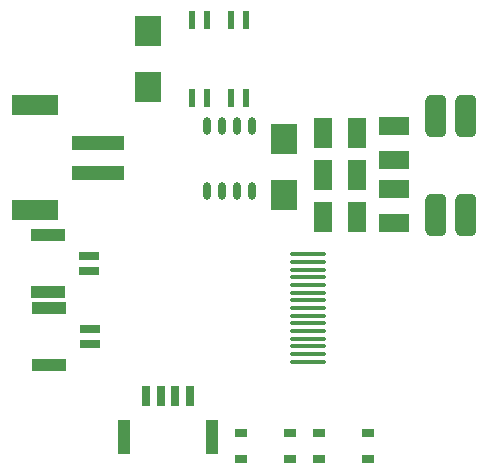
<source format=gtp>
G04*
G04 #@! TF.GenerationSoftware,Altium Limited,Altium Designer,20.0.2 (26)*
G04*
G04 Layer_Color=8421504*
%FSLAX25Y25*%
%MOIN*%
G70*
G01*
G75*
%ADD15O,0.02362X0.05976*%
%ADD16O,0.02362X0.05976*%
%ADD17R,0.15354X0.07087*%
%ADD18R,0.17717X0.05118*%
%ADD19R,0.11360X0.03920*%
%ADD20R,0.07150X0.03000*%
%ADD21R,0.03920X0.11360*%
%ADD22R,0.03000X0.07150*%
%ADD23O,0.11811X0.01575*%
%ADD24R,0.10000X0.06000*%
%ADD25R,0.06000X0.10000*%
G04:AMPARAMS|DCode=26|XSize=70mil|YSize=140mil|CornerRadius=17.5mil|HoleSize=0mil|Usage=FLASHONLY|Rotation=0.000|XOffset=0mil|YOffset=0mil|HoleType=Round|Shape=RoundedRectangle|*
%AMROUNDEDRECTD26*
21,1,0.07000,0.10500,0,0,0.0*
21,1,0.03500,0.14000,0,0,0.0*
1,1,0.03500,0.01750,-0.05250*
1,1,0.03500,-0.01750,-0.05250*
1,1,0.03500,-0.01750,0.05250*
1,1,0.03500,0.01750,0.05250*
%
%ADD26ROUNDEDRECTD26*%
%ADD27R,0.04134X0.02559*%
%ADD28R,0.08661X0.09843*%
%ADD29R,0.02362X0.05906*%
D15*
X48523Y75236D02*
D03*
X53523D02*
D03*
X58523D02*
D03*
X63523D02*
D03*
D16*
X48524Y96811D02*
D03*
X53524D02*
D03*
X58524D02*
D03*
X63524D02*
D03*
D17*
X-8675Y68606D02*
D03*
Y103802D02*
D03*
D18*
X12191Y81204D02*
D03*
Y91204D02*
D03*
D19*
X-4349Y60534D02*
D03*
X-4349Y41284D02*
D03*
X-3870Y16920D02*
D03*
X-3870Y36170D02*
D03*
D20*
X9291Y48404D02*
D03*
Y53324D02*
D03*
X9770Y28960D02*
D03*
Y24040D02*
D03*
D21*
X50284Y-6870D02*
D03*
X21114D02*
D03*
D22*
X38164Y6770D02*
D03*
X43084D02*
D03*
X33244D02*
D03*
X28324D02*
D03*
D23*
X82224Y54024D02*
D03*
Y51465D02*
D03*
Y48906D02*
D03*
Y46346D02*
D03*
Y43787D02*
D03*
Y41228D02*
D03*
Y38669D02*
D03*
Y36110D02*
D03*
Y33551D02*
D03*
Y30992D02*
D03*
Y28433D02*
D03*
Y25874D02*
D03*
Y23315D02*
D03*
Y20756D02*
D03*
Y18197D02*
D03*
D24*
X111024Y64315D02*
D03*
Y75732D02*
D03*
Y96732D02*
D03*
Y85315D02*
D03*
D25*
X87315Y66524D02*
D03*
X98732D02*
D03*
X87315Y94524D02*
D03*
X98732D02*
D03*
X87315Y80524D02*
D03*
X98732D02*
D03*
D26*
X135024Y67024D02*
D03*
X125024Y100024D02*
D03*
X135024D02*
D03*
X125024Y67024D02*
D03*
D27*
X76193Y-5744D02*
D03*
X59855Y-5744D02*
D03*
X76192Y-14209D02*
D03*
X59854Y-14209D02*
D03*
X102193Y-5744D02*
D03*
X85855Y-5744D02*
D03*
X102192Y-14209D02*
D03*
X85854Y-14209D02*
D03*
D28*
X74424Y73772D02*
D03*
Y92276D02*
D03*
X29024Y128276D02*
D03*
Y109772D02*
D03*
D29*
X48524Y105994D02*
D03*
X43524D02*
D03*
Y132053D02*
D03*
X48524D02*
D03*
X56524Y132053D02*
D03*
X61524D02*
D03*
Y105994D02*
D03*
X56524D02*
D03*
M02*

</source>
